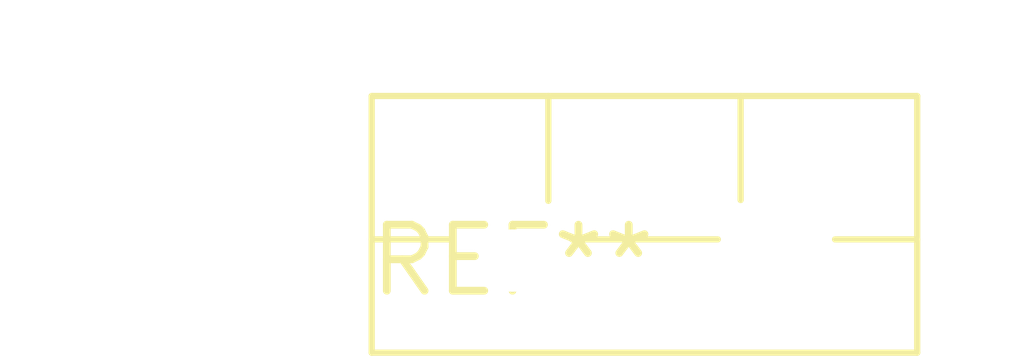
<source format=kicad_pcb>
(kicad_pcb (version 20240108) (generator pcbnew)
  (layers (0 "F.Cu" signal) (31 "B.Cu" signal) (34 "B.Paste" user) (35 "F.Paste" user) (36 "B.SilkS" user "B.Silkscreen") (37 "F.SilkS" user "F.Silkscreen") (38 "B.Mask" user) (39 "F.Mask" user) (44 "Edge.Cuts" user))
  (net 0 "")
  (footprint "TO-220F-2_Vertical" (layer "F.Cu") (at 0 0)
    (property "Reference" "REF**")
    (property "Value" "TO-220F-2_Vertical")
    (fp_line (start -2.71 -3.168) (end -2.71 1.773) (layer "F.SilkS") (stroke (width 0.12)))
    (fp_line (start -2.71 -3.168) (end 7.79 -3.168) (layer "F.SilkS") (stroke (width 0.12)))
    (fp_line (start -2.71 -0.408) (end -1.15 -0.408) (layer "F.SilkS") (stroke (width 0.12)))
    (fp_line (start -2.71 1.773) (end 7.79 1.773) (layer "F.SilkS") (stroke (width 0.12)))
    (fp_line (start 0.69 -3.168) (end 0.69 -1.15) (layer "F.SilkS") (stroke (width 0.12)))
    (fp_line (start 1.15 -0.408) (end 3.952 -0.408) (layer "F.SilkS") (stroke (width 0.12)))
    (fp_line (start 4.391 -3.168) (end 4.391 -1.165) (layer "F.SilkS") (stroke (width 0.12)))
    (fp_line (start 6.209 -0.408) (end 7.79 -0.408) (layer "F.SilkS") (stroke (width 0.12)))
    (fp_line (start 7.79 -3.168) (end 7.79 1.773) (layer "F.SilkS") (stroke (width 0.12)))
    (pad "1" thru_hole rect (at 0 0) (size 2 2) (drill 1.2) (layers *.Cu *.Mask) (remove_unused_layers))
    (pad "2" thru_hole oval (at 5.08 0) (size 2 2) (drill 1.2) (layers *.Cu *.Mask) (remove_unused_layers))
  )
)
</source>
